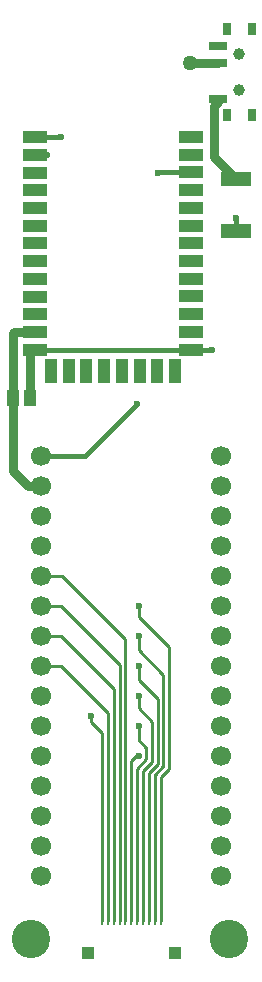
<source format=gtl>
%FSLAX25Y25*%
%MOIN*%
G70*
G01*
G75*
G04 Layer_Physical_Order=1*
G04 Layer_Color=255*
%ADD10R,0.07874X0.03937*%
%ADD11R,0.03937X0.07874*%
%ADD12R,0.05906X0.03150*%
%ADD13R,0.03150X0.03937*%
%ADD14R,0.10000X0.05000*%
%ADD15R,0.04331X0.05512*%
%ADD16R,0.00787X0.03150*%
%ADD17R,0.03937X0.03937*%
%ADD18C,0.01575*%
%ADD19C,0.03150*%
%ADD20C,0.00886*%
%ADD21C,0.06693*%
%ADD22C,0.03937*%
%ADD23C,0.12795*%
%ADD24C,0.02362*%
%ADD25C,0.05000*%
D10*
X131500Y326000D02*
D03*
Y331906D02*
D03*
Y337811D02*
D03*
Y343717D02*
D03*
Y349622D02*
D03*
Y355528D02*
D03*
Y361433D02*
D03*
Y367339D02*
D03*
Y373244D02*
D03*
Y379150D02*
D03*
Y385055D02*
D03*
Y390961D02*
D03*
Y396866D02*
D03*
X183600Y396900D02*
D03*
Y390995D02*
D03*
Y385089D02*
D03*
Y379184D02*
D03*
Y373278D02*
D03*
Y367372D02*
D03*
Y361467D02*
D03*
Y355561D02*
D03*
Y349656D02*
D03*
Y343750D02*
D03*
Y337845D02*
D03*
Y331939D02*
D03*
Y326034D02*
D03*
D11*
X136800Y318900D02*
D03*
X142706D02*
D03*
X148611D02*
D03*
X154516D02*
D03*
X160422D02*
D03*
X166328D02*
D03*
X172233D02*
D03*
X178139D02*
D03*
D12*
X192610Y409642D02*
D03*
Y421453D02*
D03*
Y427358D02*
D03*
D13*
X195366Y432870D02*
D03*
X203634D02*
D03*
Y404130D02*
D03*
X195366D02*
D03*
D14*
X198500Y365500D02*
D03*
Y383000D02*
D03*
D15*
X124047Y310000D02*
D03*
X129953D02*
D03*
D16*
X173409Y135630D02*
D03*
X171441D02*
D03*
X165535D02*
D03*
X167504D02*
D03*
X169472D02*
D03*
X163567D02*
D03*
X161598D02*
D03*
X159630D02*
D03*
X157661D02*
D03*
X155693D02*
D03*
X153724D02*
D03*
D17*
X149000Y125000D02*
D03*
X178134D02*
D03*
D18*
X172589Y385089D02*
X183600D01*
X172500Y385000D02*
X172589Y385089D01*
X148000Y290500D02*
X165500Y308000D01*
X133500Y290500D02*
X148000D01*
X198500Y365500D02*
Y370000D01*
X131500Y326000D02*
X190500D01*
X129953Y324453D02*
X131500Y326000D01*
X131634Y397000D02*
X140000D01*
X131539Y391000D02*
X135500D01*
D19*
X129953Y310000D02*
Y324453D01*
X124000Y310047D02*
Y331500D01*
X124406Y331906D01*
X131500D01*
X129000Y280500D02*
X133500D01*
X124047Y285453D02*
X129000Y280500D01*
X124047Y285453D02*
Y310000D01*
X183047Y421453D02*
X192610D01*
X191217Y390283D02*
X198500Y383000D01*
X191217Y390283D02*
Y407165D01*
X192610Y408559D01*
Y409642D01*
D20*
X150000Y202000D02*
Y204000D01*
Y202000D02*
X153724Y198276D01*
Y135630D02*
Y198276D01*
X166000Y237000D02*
Y240500D01*
Y237000D02*
X176167Y226833D01*
Y186288D02*
Y226833D01*
X173409Y183531D02*
X176167Y186288D01*
X173409Y135630D02*
Y183531D01*
X166000Y226000D02*
Y230500D01*
Y226000D02*
X174282Y217719D01*
Y187070D02*
Y217719D01*
X171441Y184229D02*
X174282Y187070D01*
X171441Y135630D02*
Y184229D01*
X166000Y216000D02*
Y220500D01*
Y216000D02*
X172396Y209604D01*
Y187851D02*
Y209604D01*
X169472Y184928D02*
X172396Y187851D01*
X169472Y135630D02*
Y184928D01*
X166000Y206500D02*
Y210500D01*
Y206500D02*
X170510Y201990D01*
Y188632D02*
Y201990D01*
X167504Y185626D02*
X170510Y188632D01*
X167504Y135630D02*
Y185626D01*
X166000Y195748D02*
Y200500D01*
Y195748D02*
X168624Y193124D01*
Y189413D02*
Y193124D01*
X165535Y186325D02*
X168624Y189413D01*
X165535Y135630D02*
Y186325D01*
X165000Y190500D02*
X166000D01*
X163567Y189067D02*
X165000Y190500D01*
X163567Y135630D02*
Y189067D01*
X133500Y250500D02*
X140500D01*
X161598Y229402D01*
Y135630D02*
Y229402D01*
X133500Y240500D02*
X140000D01*
X159630Y220870D01*
Y135630D02*
Y220870D01*
X133500Y230500D02*
X140000D01*
X157661Y212839D01*
Y135630D02*
Y212839D01*
X133500Y220500D02*
X140000D01*
X155693Y204807D01*
Y135630D02*
Y204807D01*
D21*
X133500Y150500D02*
D03*
Y160500D02*
D03*
Y170500D02*
D03*
Y180500D02*
D03*
Y190500D02*
D03*
Y200500D02*
D03*
Y210500D02*
D03*
Y220500D02*
D03*
Y230500D02*
D03*
Y240500D02*
D03*
Y250500D02*
D03*
Y260500D02*
D03*
Y270500D02*
D03*
Y280500D02*
D03*
Y290500D02*
D03*
X193500D02*
D03*
Y280500D02*
D03*
Y270500D02*
D03*
Y260500D02*
D03*
Y250500D02*
D03*
Y240500D02*
D03*
Y230500D02*
D03*
Y220500D02*
D03*
Y210500D02*
D03*
Y200500D02*
D03*
Y190500D02*
D03*
Y180500D02*
D03*
Y170500D02*
D03*
Y160500D02*
D03*
Y150500D02*
D03*
D22*
X199500Y412595D02*
D03*
Y424405D02*
D03*
D23*
X130000Y129500D02*
D03*
X196000D02*
D03*
D24*
X172500Y385000D02*
D03*
X165500Y308000D02*
D03*
X198500Y370000D02*
D03*
X190500Y326000D02*
D03*
X140000Y397000D02*
D03*
X135500Y391000D02*
D03*
X150000Y204000D02*
D03*
X166000Y240500D02*
D03*
Y230500D02*
D03*
Y220500D02*
D03*
Y210500D02*
D03*
Y200500D02*
D03*
Y190500D02*
D03*
D25*
X183000Y421500D02*
D03*
M02*

</source>
